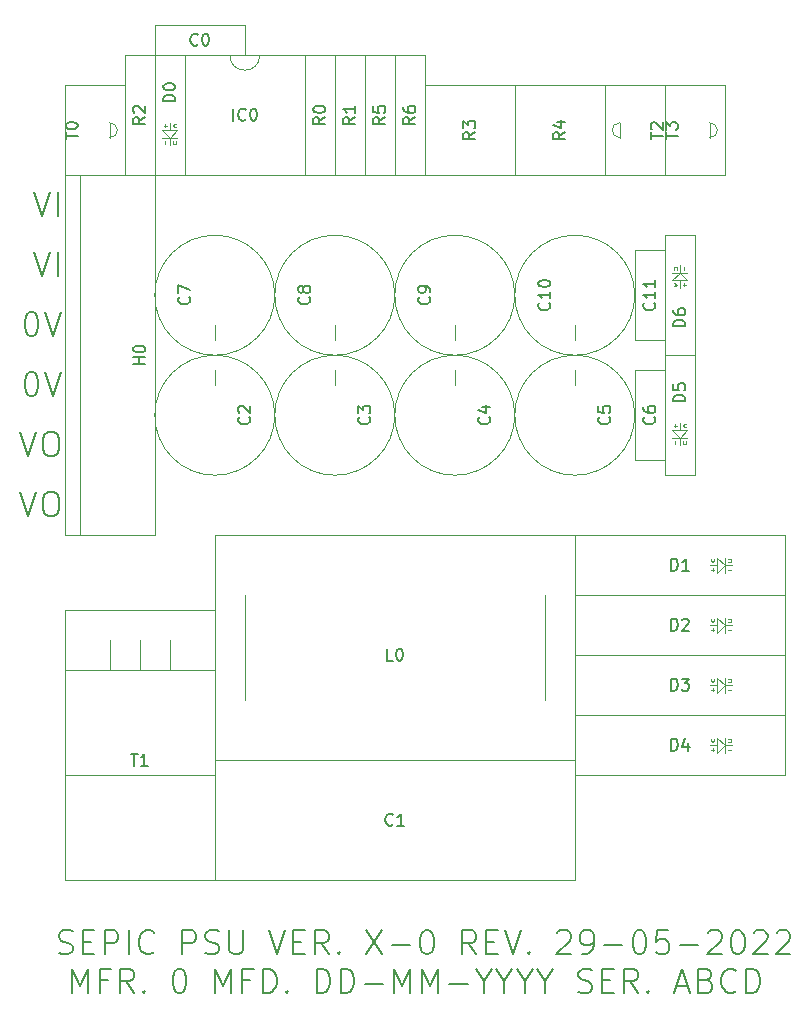
<source format=gbr>
%TF.GenerationSoftware,KiCad,Pcbnew,(6.0.0)*%
%TF.CreationDate,2023-06-01T11:48:41-04:00*%
%TF.ProjectId,SEPIC,53455049-432e-46b6-9963-61645f706362,rev?*%
%TF.SameCoordinates,Original*%
%TF.FileFunction,Legend,Top*%
%TF.FilePolarity,Positive*%
%FSLAX46Y46*%
G04 Gerber Fmt 4.6, Leading zero omitted, Abs format (unit mm)*
G04 Created by KiCad (PCBNEW (6.0.0)) date 2023-06-01 11:48:41*
%MOMM*%
%LPD*%
G01*
G04 APERTURE LIST*
%ADD10C,0.150000*%
%ADD11C,0.120000*%
G04 APERTURE END LIST*
D10*
X144416404Y-68737238D02*
X144609928Y-68737238D01*
X144803452Y-68834000D01*
X144900214Y-68930761D01*
X144996976Y-69124285D01*
X145093738Y-69511333D01*
X145093738Y-69995142D01*
X144996976Y-70382190D01*
X144900214Y-70575714D01*
X144803452Y-70672476D01*
X144609928Y-70769238D01*
X144416404Y-70769238D01*
X144222880Y-70672476D01*
X144126119Y-70575714D01*
X144029357Y-70382190D01*
X143932595Y-69995142D01*
X143932595Y-69511333D01*
X144029357Y-69124285D01*
X144126119Y-68930761D01*
X144222880Y-68834000D01*
X144416404Y-68737238D01*
X145674309Y-68737238D02*
X146351642Y-70769238D01*
X147028976Y-68737238D01*
X144706690Y-58577238D02*
X145384023Y-60609238D01*
X146061357Y-58577238D01*
X146738690Y-60609238D02*
X146738690Y-58577238D01*
X144706690Y-53497238D02*
X145384023Y-55529238D01*
X146061357Y-53497238D01*
X146738690Y-55529238D02*
X146738690Y-53497238D01*
X143545547Y-78897238D02*
X144222880Y-80929238D01*
X144900214Y-78897238D01*
X145964595Y-78897238D02*
X146351642Y-78897238D01*
X146545166Y-78994000D01*
X146738690Y-79187523D01*
X146835452Y-79574571D01*
X146835452Y-80251904D01*
X146738690Y-80638952D01*
X146545166Y-80832476D01*
X146351642Y-80929238D01*
X145964595Y-80929238D01*
X145771071Y-80832476D01*
X145577547Y-80638952D01*
X145480785Y-80251904D01*
X145480785Y-79574571D01*
X145577547Y-79187523D01*
X145771071Y-78994000D01*
X145964595Y-78897238D01*
X144416404Y-63657238D02*
X144609928Y-63657238D01*
X144803452Y-63754000D01*
X144900214Y-63850761D01*
X144996976Y-64044285D01*
X145093738Y-64431333D01*
X145093738Y-64915142D01*
X144996976Y-65302190D01*
X144900214Y-65495714D01*
X144803452Y-65592476D01*
X144609928Y-65689238D01*
X144416404Y-65689238D01*
X144222880Y-65592476D01*
X144126119Y-65495714D01*
X144029357Y-65302190D01*
X143932595Y-64915142D01*
X143932595Y-64431333D01*
X144029357Y-64044285D01*
X144126119Y-63850761D01*
X144222880Y-63754000D01*
X144416404Y-63657238D01*
X145674309Y-63657238D02*
X146351642Y-65689238D01*
X147028976Y-63657238D01*
X146836190Y-117931716D02*
X147126476Y-118028478D01*
X147610285Y-118028478D01*
X147803809Y-117931716D01*
X147900571Y-117834954D01*
X147997333Y-117641430D01*
X147997333Y-117447906D01*
X147900571Y-117254382D01*
X147803809Y-117157620D01*
X147610285Y-117060859D01*
X147223238Y-116964097D01*
X147029714Y-116867335D01*
X146932952Y-116770573D01*
X146836190Y-116577049D01*
X146836190Y-116383525D01*
X146932952Y-116190001D01*
X147029714Y-116093240D01*
X147223238Y-115996478D01*
X147707047Y-115996478D01*
X147997333Y-116093240D01*
X148868190Y-116964097D02*
X149545523Y-116964097D01*
X149835809Y-118028478D02*
X148868190Y-118028478D01*
X148868190Y-115996478D01*
X149835809Y-115996478D01*
X150706666Y-118028478D02*
X150706666Y-115996478D01*
X151480761Y-115996478D01*
X151674285Y-116093240D01*
X151771047Y-116190001D01*
X151867809Y-116383525D01*
X151867809Y-116673811D01*
X151771047Y-116867335D01*
X151674285Y-116964097D01*
X151480761Y-117060859D01*
X150706666Y-117060859D01*
X152738666Y-118028478D02*
X152738666Y-115996478D01*
X154867428Y-117834954D02*
X154770666Y-117931716D01*
X154480380Y-118028478D01*
X154286857Y-118028478D01*
X153996571Y-117931716D01*
X153803047Y-117738192D01*
X153706285Y-117544668D01*
X153609523Y-117157620D01*
X153609523Y-116867335D01*
X153706285Y-116480287D01*
X153803047Y-116286763D01*
X153996571Y-116093240D01*
X154286857Y-115996478D01*
X154480380Y-115996478D01*
X154770666Y-116093240D01*
X154867428Y-116190001D01*
X157286476Y-118028478D02*
X157286476Y-115996478D01*
X158060571Y-115996478D01*
X158254095Y-116093240D01*
X158350857Y-116190001D01*
X158447619Y-116383525D01*
X158447619Y-116673811D01*
X158350857Y-116867335D01*
X158254095Y-116964097D01*
X158060571Y-117060859D01*
X157286476Y-117060859D01*
X159221714Y-117931716D02*
X159512000Y-118028478D01*
X159995809Y-118028478D01*
X160189333Y-117931716D01*
X160286095Y-117834954D01*
X160382857Y-117641430D01*
X160382857Y-117447906D01*
X160286095Y-117254382D01*
X160189333Y-117157620D01*
X159995809Y-117060859D01*
X159608761Y-116964097D01*
X159415238Y-116867335D01*
X159318476Y-116770573D01*
X159221714Y-116577049D01*
X159221714Y-116383525D01*
X159318476Y-116190001D01*
X159415238Y-116093240D01*
X159608761Y-115996478D01*
X160092571Y-115996478D01*
X160382857Y-116093240D01*
X161253714Y-115996478D02*
X161253714Y-117641430D01*
X161350476Y-117834954D01*
X161447238Y-117931716D01*
X161640761Y-118028478D01*
X162027809Y-118028478D01*
X162221333Y-117931716D01*
X162318095Y-117834954D01*
X162414857Y-117641430D01*
X162414857Y-115996478D01*
X164640380Y-115996478D02*
X165317714Y-118028478D01*
X165995047Y-115996478D01*
X166672380Y-116964097D02*
X167349714Y-116964097D01*
X167640000Y-118028478D02*
X166672380Y-118028478D01*
X166672380Y-115996478D01*
X167640000Y-115996478D01*
X169672000Y-118028478D02*
X168994666Y-117060859D01*
X168510857Y-118028478D02*
X168510857Y-115996478D01*
X169284952Y-115996478D01*
X169478476Y-116093240D01*
X169575238Y-116190001D01*
X169672000Y-116383525D01*
X169672000Y-116673811D01*
X169575238Y-116867335D01*
X169478476Y-116964097D01*
X169284952Y-117060859D01*
X168510857Y-117060859D01*
X170542857Y-117834954D02*
X170639619Y-117931716D01*
X170542857Y-118028478D01*
X170446095Y-117931716D01*
X170542857Y-117834954D01*
X170542857Y-118028478D01*
X172865142Y-115996478D02*
X174219809Y-118028478D01*
X174219809Y-115996478D02*
X172865142Y-118028478D01*
X174993904Y-117254382D02*
X176542095Y-117254382D01*
X177896761Y-115996478D02*
X178090285Y-115996478D01*
X178283809Y-116093240D01*
X178380571Y-116190001D01*
X178477333Y-116383525D01*
X178574095Y-116770573D01*
X178574095Y-117254382D01*
X178477333Y-117641430D01*
X178380571Y-117834954D01*
X178283809Y-117931716D01*
X178090285Y-118028478D01*
X177896761Y-118028478D01*
X177703238Y-117931716D01*
X177606476Y-117834954D01*
X177509714Y-117641430D01*
X177412952Y-117254382D01*
X177412952Y-116770573D01*
X177509714Y-116383525D01*
X177606476Y-116190001D01*
X177703238Y-116093240D01*
X177896761Y-115996478D01*
X182154285Y-118028478D02*
X181476952Y-117060859D01*
X180993142Y-118028478D02*
X180993142Y-115996478D01*
X181767238Y-115996478D01*
X181960761Y-116093240D01*
X182057523Y-116190001D01*
X182154285Y-116383525D01*
X182154285Y-116673811D01*
X182057523Y-116867335D01*
X181960761Y-116964097D01*
X181767238Y-117060859D01*
X180993142Y-117060859D01*
X183025142Y-116964097D02*
X183702476Y-116964097D01*
X183992761Y-118028478D02*
X183025142Y-118028478D01*
X183025142Y-115996478D01*
X183992761Y-115996478D01*
X184573333Y-115996478D02*
X185250666Y-118028478D01*
X185928000Y-115996478D01*
X186605333Y-117834954D02*
X186702095Y-117931716D01*
X186605333Y-118028478D01*
X186508571Y-117931716D01*
X186605333Y-117834954D01*
X186605333Y-118028478D01*
X189024380Y-116190001D02*
X189121142Y-116093240D01*
X189314666Y-115996478D01*
X189798476Y-115996478D01*
X189992000Y-116093240D01*
X190088761Y-116190001D01*
X190185523Y-116383525D01*
X190185523Y-116577049D01*
X190088761Y-116867335D01*
X188927619Y-118028478D01*
X190185523Y-118028478D01*
X191153142Y-118028478D02*
X191540190Y-118028478D01*
X191733714Y-117931716D01*
X191830476Y-117834954D01*
X192024000Y-117544668D01*
X192120761Y-117157620D01*
X192120761Y-116383525D01*
X192024000Y-116190001D01*
X191927238Y-116093240D01*
X191733714Y-115996478D01*
X191346666Y-115996478D01*
X191153142Y-116093240D01*
X191056380Y-116190001D01*
X190959619Y-116383525D01*
X190959619Y-116867335D01*
X191056380Y-117060859D01*
X191153142Y-117157620D01*
X191346666Y-117254382D01*
X191733714Y-117254382D01*
X191927238Y-117157620D01*
X192024000Y-117060859D01*
X192120761Y-116867335D01*
X192991619Y-117254382D02*
X194539809Y-117254382D01*
X195894476Y-115996478D02*
X196088000Y-115996478D01*
X196281523Y-116093240D01*
X196378285Y-116190001D01*
X196475047Y-116383525D01*
X196571809Y-116770573D01*
X196571809Y-117254382D01*
X196475047Y-117641430D01*
X196378285Y-117834954D01*
X196281523Y-117931716D01*
X196088000Y-118028478D01*
X195894476Y-118028478D01*
X195700952Y-117931716D01*
X195604190Y-117834954D01*
X195507428Y-117641430D01*
X195410666Y-117254382D01*
X195410666Y-116770573D01*
X195507428Y-116383525D01*
X195604190Y-116190001D01*
X195700952Y-116093240D01*
X195894476Y-115996478D01*
X198410285Y-115996478D02*
X197442666Y-115996478D01*
X197345904Y-116964097D01*
X197442666Y-116867335D01*
X197636190Y-116770573D01*
X198120000Y-116770573D01*
X198313523Y-116867335D01*
X198410285Y-116964097D01*
X198507047Y-117157620D01*
X198507047Y-117641430D01*
X198410285Y-117834954D01*
X198313523Y-117931716D01*
X198120000Y-118028478D01*
X197636190Y-118028478D01*
X197442666Y-117931716D01*
X197345904Y-117834954D01*
X199377904Y-117254382D02*
X200926095Y-117254382D01*
X201796952Y-116190001D02*
X201893714Y-116093240D01*
X202087238Y-115996478D01*
X202571047Y-115996478D01*
X202764571Y-116093240D01*
X202861333Y-116190001D01*
X202958095Y-116383525D01*
X202958095Y-116577049D01*
X202861333Y-116867335D01*
X201700190Y-118028478D01*
X202958095Y-118028478D01*
X204216000Y-115996478D02*
X204409523Y-115996478D01*
X204603047Y-116093240D01*
X204699809Y-116190001D01*
X204796571Y-116383525D01*
X204893333Y-116770573D01*
X204893333Y-117254382D01*
X204796571Y-117641430D01*
X204699809Y-117834954D01*
X204603047Y-117931716D01*
X204409523Y-118028478D01*
X204216000Y-118028478D01*
X204022476Y-117931716D01*
X203925714Y-117834954D01*
X203828952Y-117641430D01*
X203732190Y-117254382D01*
X203732190Y-116770573D01*
X203828952Y-116383525D01*
X203925714Y-116190001D01*
X204022476Y-116093240D01*
X204216000Y-115996478D01*
X205667428Y-116190001D02*
X205764190Y-116093240D01*
X205957714Y-115996478D01*
X206441523Y-115996478D01*
X206635047Y-116093240D01*
X206731809Y-116190001D01*
X206828571Y-116383525D01*
X206828571Y-116577049D01*
X206731809Y-116867335D01*
X205570666Y-118028478D01*
X206828571Y-118028478D01*
X207602666Y-116190001D02*
X207699428Y-116093240D01*
X207892952Y-115996478D01*
X208376761Y-115996478D01*
X208570285Y-116093240D01*
X208667047Y-116190001D01*
X208763809Y-116383525D01*
X208763809Y-116577049D01*
X208667047Y-116867335D01*
X207505904Y-118028478D01*
X208763809Y-118028478D01*
X147948952Y-121299998D02*
X147948952Y-119267998D01*
X148626285Y-120719426D01*
X149303619Y-119267998D01*
X149303619Y-121299998D01*
X150948571Y-120235617D02*
X150271238Y-120235617D01*
X150271238Y-121299998D02*
X150271238Y-119267998D01*
X151238857Y-119267998D01*
X153174095Y-121299998D02*
X152496761Y-120332379D01*
X152012952Y-121299998D02*
X152012952Y-119267998D01*
X152787047Y-119267998D01*
X152980571Y-119364760D01*
X153077333Y-119461521D01*
X153174095Y-119655045D01*
X153174095Y-119945331D01*
X153077333Y-120138855D01*
X152980571Y-120235617D01*
X152787047Y-120332379D01*
X152012952Y-120332379D01*
X154044952Y-121106474D02*
X154141714Y-121203236D01*
X154044952Y-121299998D01*
X153948190Y-121203236D01*
X154044952Y-121106474D01*
X154044952Y-121299998D01*
X156947809Y-119267998D02*
X157141333Y-119267998D01*
X157334857Y-119364760D01*
X157431619Y-119461521D01*
X157528380Y-119655045D01*
X157625142Y-120042093D01*
X157625142Y-120525902D01*
X157528380Y-120912950D01*
X157431619Y-121106474D01*
X157334857Y-121203236D01*
X157141333Y-121299998D01*
X156947809Y-121299998D01*
X156754285Y-121203236D01*
X156657523Y-121106474D01*
X156560761Y-120912950D01*
X156464000Y-120525902D01*
X156464000Y-120042093D01*
X156560761Y-119655045D01*
X156657523Y-119461521D01*
X156754285Y-119364760D01*
X156947809Y-119267998D01*
X160044190Y-121299998D02*
X160044190Y-119267998D01*
X160721523Y-120719426D01*
X161398857Y-119267998D01*
X161398857Y-121299998D01*
X163043809Y-120235617D02*
X162366476Y-120235617D01*
X162366476Y-121299998D02*
X162366476Y-119267998D01*
X163334095Y-119267998D01*
X164108190Y-121299998D02*
X164108190Y-119267998D01*
X164592000Y-119267998D01*
X164882285Y-119364760D01*
X165075809Y-119558283D01*
X165172571Y-119751807D01*
X165269333Y-120138855D01*
X165269333Y-120429140D01*
X165172571Y-120816188D01*
X165075809Y-121009712D01*
X164882285Y-121203236D01*
X164592000Y-121299998D01*
X164108190Y-121299998D01*
X166140190Y-121106474D02*
X166236952Y-121203236D01*
X166140190Y-121299998D01*
X166043428Y-121203236D01*
X166140190Y-121106474D01*
X166140190Y-121299998D01*
X168656000Y-121299998D02*
X168656000Y-119267998D01*
X169139809Y-119267998D01*
X169430095Y-119364760D01*
X169623619Y-119558283D01*
X169720380Y-119751807D01*
X169817142Y-120138855D01*
X169817142Y-120429140D01*
X169720380Y-120816188D01*
X169623619Y-121009712D01*
X169430095Y-121203236D01*
X169139809Y-121299998D01*
X168656000Y-121299998D01*
X170688000Y-121299998D02*
X170688000Y-119267998D01*
X171171809Y-119267998D01*
X171462095Y-119364760D01*
X171655619Y-119558283D01*
X171752380Y-119751807D01*
X171849142Y-120138855D01*
X171849142Y-120429140D01*
X171752380Y-120816188D01*
X171655619Y-121009712D01*
X171462095Y-121203236D01*
X171171809Y-121299998D01*
X170688000Y-121299998D01*
X172720000Y-120525902D02*
X174268190Y-120525902D01*
X175235809Y-121299998D02*
X175235809Y-119267998D01*
X175913142Y-120719426D01*
X176590476Y-119267998D01*
X176590476Y-121299998D01*
X177558095Y-121299998D02*
X177558095Y-119267998D01*
X178235428Y-120719426D01*
X178912761Y-119267998D01*
X178912761Y-121299998D01*
X179880380Y-120525902D02*
X181428571Y-120525902D01*
X182783238Y-120332379D02*
X182783238Y-121299998D01*
X182105904Y-119267998D02*
X182783238Y-120332379D01*
X183460571Y-119267998D01*
X184524952Y-120332379D02*
X184524952Y-121299998D01*
X183847619Y-119267998D02*
X184524952Y-120332379D01*
X185202285Y-119267998D01*
X186266666Y-120332379D02*
X186266666Y-121299998D01*
X185589333Y-119267998D02*
X186266666Y-120332379D01*
X186944000Y-119267998D01*
X188008380Y-120332379D02*
X188008380Y-121299998D01*
X187331047Y-119267998D02*
X188008380Y-120332379D01*
X188685714Y-119267998D01*
X190814476Y-121203236D02*
X191104761Y-121299998D01*
X191588571Y-121299998D01*
X191782095Y-121203236D01*
X191878857Y-121106474D01*
X191975619Y-120912950D01*
X191975619Y-120719426D01*
X191878857Y-120525902D01*
X191782095Y-120429140D01*
X191588571Y-120332379D01*
X191201523Y-120235617D01*
X191008000Y-120138855D01*
X190911238Y-120042093D01*
X190814476Y-119848569D01*
X190814476Y-119655045D01*
X190911238Y-119461521D01*
X191008000Y-119364760D01*
X191201523Y-119267998D01*
X191685333Y-119267998D01*
X191975619Y-119364760D01*
X192846476Y-120235617D02*
X193523809Y-120235617D01*
X193814095Y-121299998D02*
X192846476Y-121299998D01*
X192846476Y-119267998D01*
X193814095Y-119267998D01*
X195846095Y-121299998D02*
X195168761Y-120332379D01*
X194684952Y-121299998D02*
X194684952Y-119267998D01*
X195459047Y-119267998D01*
X195652571Y-119364760D01*
X195749333Y-119461521D01*
X195846095Y-119655045D01*
X195846095Y-119945331D01*
X195749333Y-120138855D01*
X195652571Y-120235617D01*
X195459047Y-120332379D01*
X194684952Y-120332379D01*
X196716952Y-121106474D02*
X196813714Y-121203236D01*
X196716952Y-121299998D01*
X196620190Y-121203236D01*
X196716952Y-121106474D01*
X196716952Y-121299998D01*
X199136000Y-120719426D02*
X200103619Y-120719426D01*
X198942476Y-121299998D02*
X199619809Y-119267998D01*
X200297142Y-121299998D01*
X201651809Y-120235617D02*
X201942095Y-120332379D01*
X202038857Y-120429140D01*
X202135619Y-120622664D01*
X202135619Y-120912950D01*
X202038857Y-121106474D01*
X201942095Y-121203236D01*
X201748571Y-121299998D01*
X200974476Y-121299998D01*
X200974476Y-119267998D01*
X201651809Y-119267998D01*
X201845333Y-119364760D01*
X201942095Y-119461521D01*
X202038857Y-119655045D01*
X202038857Y-119848569D01*
X201942095Y-120042093D01*
X201845333Y-120138855D01*
X201651809Y-120235617D01*
X200974476Y-120235617D01*
X204167619Y-121106474D02*
X204070857Y-121203236D01*
X203780571Y-121299998D01*
X203587047Y-121299998D01*
X203296761Y-121203236D01*
X203103238Y-121009712D01*
X203006476Y-120816188D01*
X202909714Y-120429140D01*
X202909714Y-120138855D01*
X203006476Y-119751807D01*
X203103238Y-119558283D01*
X203296761Y-119364760D01*
X203587047Y-119267998D01*
X203780571Y-119267998D01*
X204070857Y-119364760D01*
X204167619Y-119461521D01*
X205038476Y-121299998D02*
X205038476Y-119267998D01*
X205522285Y-119267998D01*
X205812571Y-119364760D01*
X206006095Y-119558283D01*
X206102857Y-119751807D01*
X206199619Y-120138855D01*
X206199619Y-120429140D01*
X206102857Y-120816188D01*
X206006095Y-121009712D01*
X205812571Y-121203236D01*
X205522285Y-121299998D01*
X205038476Y-121299998D01*
X143545547Y-73817238D02*
X144222880Y-75849238D01*
X144900214Y-73817238D01*
X145964595Y-73817238D02*
X146351642Y-73817238D01*
X146545166Y-73914000D01*
X146738690Y-74107523D01*
X146835452Y-74494571D01*
X146835452Y-75171904D01*
X146738690Y-75558952D01*
X146545166Y-75752476D01*
X146351642Y-75849238D01*
X145964595Y-75849238D01*
X145771071Y-75752476D01*
X145577547Y-75558952D01*
X145480785Y-75171904D01*
X145480785Y-74494571D01*
X145577547Y-74107523D01*
X145771071Y-73914000D01*
X145964595Y-73817238D01*
%TO.C,D3*%
X198651904Y-95702380D02*
X198651904Y-94702380D01*
X198890000Y-94702380D01*
X199032857Y-94750000D01*
X199128095Y-94845238D01*
X199175714Y-94940476D01*
X199223333Y-95130952D01*
X199223333Y-95273809D01*
X199175714Y-95464285D01*
X199128095Y-95559523D01*
X199032857Y-95654761D01*
X198890000Y-95702380D01*
X198651904Y-95702380D01*
X199556666Y-94702380D02*
X200175714Y-94702380D01*
X199842380Y-95083333D01*
X199985238Y-95083333D01*
X200080476Y-95130952D01*
X200128095Y-95178571D01*
X200175714Y-95273809D01*
X200175714Y-95511904D01*
X200128095Y-95607142D01*
X200080476Y-95654761D01*
X199985238Y-95702380D01*
X199699523Y-95702380D01*
X199604285Y-95654761D01*
X199556666Y-95607142D01*
%TO.C,R5*%
X174442380Y-47156666D02*
X173966190Y-47490000D01*
X174442380Y-47728095D02*
X173442380Y-47728095D01*
X173442380Y-47347142D01*
X173490000Y-47251904D01*
X173537619Y-47204285D01*
X173632857Y-47156666D01*
X173775714Y-47156666D01*
X173870952Y-47204285D01*
X173918571Y-47251904D01*
X173966190Y-47347142D01*
X173966190Y-47728095D01*
X173442380Y-46251904D02*
X173442380Y-46728095D01*
X173918571Y-46775714D01*
X173870952Y-46728095D01*
X173823333Y-46632857D01*
X173823333Y-46394761D01*
X173870952Y-46299523D01*
X173918571Y-46251904D01*
X174013809Y-46204285D01*
X174251904Y-46204285D01*
X174347142Y-46251904D01*
X174394761Y-46299523D01*
X174442380Y-46394761D01*
X174442380Y-46632857D01*
X174394761Y-46728095D01*
X174347142Y-46775714D01*
%TO.C,R4*%
X189682380Y-48426666D02*
X189206190Y-48760000D01*
X189682380Y-48998095D02*
X188682380Y-48998095D01*
X188682380Y-48617142D01*
X188730000Y-48521904D01*
X188777619Y-48474285D01*
X188872857Y-48426666D01*
X189015714Y-48426666D01*
X189110952Y-48474285D01*
X189158571Y-48521904D01*
X189206190Y-48617142D01*
X189206190Y-48998095D01*
X189015714Y-47569523D02*
X189682380Y-47569523D01*
X188634761Y-47807619D02*
X189349047Y-48045714D01*
X189349047Y-47426666D01*
%TO.C,D5*%
X199842380Y-71223095D02*
X198842380Y-71223095D01*
X198842380Y-70985000D01*
X198890000Y-70842142D01*
X198985238Y-70746904D01*
X199080476Y-70699285D01*
X199270952Y-70651666D01*
X199413809Y-70651666D01*
X199604285Y-70699285D01*
X199699523Y-70746904D01*
X199794761Y-70842142D01*
X199842380Y-70985000D01*
X199842380Y-71223095D01*
X198842380Y-69746904D02*
X198842380Y-70223095D01*
X199318571Y-70270714D01*
X199270952Y-70223095D01*
X199223333Y-70127857D01*
X199223333Y-69889761D01*
X199270952Y-69794523D01*
X199318571Y-69746904D01*
X199413809Y-69699285D01*
X199651904Y-69699285D01*
X199747142Y-69746904D01*
X199794761Y-69794523D01*
X199842380Y-69889761D01*
X199842380Y-70127857D01*
X199794761Y-70223095D01*
X199747142Y-70270714D01*
%TO.C,C3*%
X173077142Y-72556666D02*
X173124761Y-72604285D01*
X173172380Y-72747142D01*
X173172380Y-72842380D01*
X173124761Y-72985238D01*
X173029523Y-73080476D01*
X172934285Y-73128095D01*
X172743809Y-73175714D01*
X172600952Y-73175714D01*
X172410476Y-73128095D01*
X172315238Y-73080476D01*
X172220000Y-72985238D01*
X172172380Y-72842380D01*
X172172380Y-72747142D01*
X172220000Y-72604285D01*
X172267619Y-72556666D01*
X172172380Y-72223333D02*
X172172380Y-71604285D01*
X172553333Y-71937619D01*
X172553333Y-71794761D01*
X172600952Y-71699523D01*
X172648571Y-71651904D01*
X172743809Y-71604285D01*
X172981904Y-71604285D01*
X173077142Y-71651904D01*
X173124761Y-71699523D01*
X173172380Y-71794761D01*
X173172380Y-72080476D01*
X173124761Y-72175714D01*
X173077142Y-72223333D01*
%TO.C,C1*%
X175093333Y-107037142D02*
X175045714Y-107084761D01*
X174902857Y-107132380D01*
X174807619Y-107132380D01*
X174664761Y-107084761D01*
X174569523Y-106989523D01*
X174521904Y-106894285D01*
X174474285Y-106703809D01*
X174474285Y-106560952D01*
X174521904Y-106370476D01*
X174569523Y-106275238D01*
X174664761Y-106180000D01*
X174807619Y-106132380D01*
X174902857Y-106132380D01*
X175045714Y-106180000D01*
X175093333Y-106227619D01*
X176045714Y-107132380D02*
X175474285Y-107132380D01*
X175760000Y-107132380D02*
X175760000Y-106132380D01*
X175664761Y-106275238D01*
X175569523Y-106370476D01*
X175474285Y-106418095D01*
%TO.C,H0*%
X154122380Y-68071904D02*
X153122380Y-68071904D01*
X153598571Y-68071904D02*
X153598571Y-67500476D01*
X154122380Y-67500476D02*
X153122380Y-67500476D01*
X153122380Y-66833809D02*
X153122380Y-66738571D01*
X153170000Y-66643333D01*
X153217619Y-66595714D01*
X153312857Y-66548095D01*
X153503333Y-66500476D01*
X153741428Y-66500476D01*
X153931904Y-66548095D01*
X154027142Y-66595714D01*
X154074761Y-66643333D01*
X154122380Y-66738571D01*
X154122380Y-66833809D01*
X154074761Y-66929047D01*
X154027142Y-66976666D01*
X153931904Y-67024285D01*
X153741428Y-67071904D01*
X153503333Y-67071904D01*
X153312857Y-67024285D01*
X153217619Y-66976666D01*
X153170000Y-66929047D01*
X153122380Y-66833809D01*
%TO.C,T2*%
X196937380Y-49021904D02*
X196937380Y-48450476D01*
X197937380Y-48736190D02*
X196937380Y-48736190D01*
X197032619Y-48164761D02*
X196985000Y-48117142D01*
X196937380Y-48021904D01*
X196937380Y-47783809D01*
X196985000Y-47688571D01*
X197032619Y-47640952D01*
X197127857Y-47593333D01*
X197223095Y-47593333D01*
X197365952Y-47640952D01*
X197937380Y-48212380D01*
X197937380Y-47593333D01*
%TO.C,C9*%
X178157142Y-62396666D02*
X178204761Y-62444285D01*
X178252380Y-62587142D01*
X178252380Y-62682380D01*
X178204761Y-62825238D01*
X178109523Y-62920476D01*
X178014285Y-62968095D01*
X177823809Y-63015714D01*
X177680952Y-63015714D01*
X177490476Y-62968095D01*
X177395238Y-62920476D01*
X177300000Y-62825238D01*
X177252380Y-62682380D01*
X177252380Y-62587142D01*
X177300000Y-62444285D01*
X177347619Y-62396666D01*
X178252380Y-61920476D02*
X178252380Y-61730000D01*
X178204761Y-61634761D01*
X178157142Y-61587142D01*
X178014285Y-61491904D01*
X177823809Y-61444285D01*
X177442857Y-61444285D01*
X177347619Y-61491904D01*
X177300000Y-61539523D01*
X177252380Y-61634761D01*
X177252380Y-61825238D01*
X177300000Y-61920476D01*
X177347619Y-61968095D01*
X177442857Y-62015714D01*
X177680952Y-62015714D01*
X177776190Y-61968095D01*
X177823809Y-61920476D01*
X177871428Y-61825238D01*
X177871428Y-61634761D01*
X177823809Y-61539523D01*
X177776190Y-61491904D01*
X177680952Y-61444285D01*
%TO.C,C10*%
X188317142Y-62872857D02*
X188364761Y-62920476D01*
X188412380Y-63063333D01*
X188412380Y-63158571D01*
X188364761Y-63301428D01*
X188269523Y-63396666D01*
X188174285Y-63444285D01*
X187983809Y-63491904D01*
X187840952Y-63491904D01*
X187650476Y-63444285D01*
X187555238Y-63396666D01*
X187460000Y-63301428D01*
X187412380Y-63158571D01*
X187412380Y-63063333D01*
X187460000Y-62920476D01*
X187507619Y-62872857D01*
X188412380Y-61920476D02*
X188412380Y-62491904D01*
X188412380Y-62206190D02*
X187412380Y-62206190D01*
X187555238Y-62301428D01*
X187650476Y-62396666D01*
X187698095Y-62491904D01*
X187412380Y-61301428D02*
X187412380Y-61206190D01*
X187460000Y-61110952D01*
X187507619Y-61063333D01*
X187602857Y-61015714D01*
X187793333Y-60968095D01*
X188031428Y-60968095D01*
X188221904Y-61015714D01*
X188317142Y-61063333D01*
X188364761Y-61110952D01*
X188412380Y-61206190D01*
X188412380Y-61301428D01*
X188364761Y-61396666D01*
X188317142Y-61444285D01*
X188221904Y-61491904D01*
X188031428Y-61539523D01*
X187793333Y-61539523D01*
X187602857Y-61491904D01*
X187507619Y-61444285D01*
X187460000Y-61396666D01*
X187412380Y-61301428D01*
%TO.C,C5*%
X193397142Y-72556666D02*
X193444761Y-72604285D01*
X193492380Y-72747142D01*
X193492380Y-72842380D01*
X193444761Y-72985238D01*
X193349523Y-73080476D01*
X193254285Y-73128095D01*
X193063809Y-73175714D01*
X192920952Y-73175714D01*
X192730476Y-73128095D01*
X192635238Y-73080476D01*
X192540000Y-72985238D01*
X192492380Y-72842380D01*
X192492380Y-72747142D01*
X192540000Y-72604285D01*
X192587619Y-72556666D01*
X192492380Y-71651904D02*
X192492380Y-72128095D01*
X192968571Y-72175714D01*
X192920952Y-72128095D01*
X192873333Y-72032857D01*
X192873333Y-71794761D01*
X192920952Y-71699523D01*
X192968571Y-71651904D01*
X193063809Y-71604285D01*
X193301904Y-71604285D01*
X193397142Y-71651904D01*
X193444761Y-71699523D01*
X193492380Y-71794761D01*
X193492380Y-72032857D01*
X193444761Y-72128095D01*
X193397142Y-72175714D01*
%TO.C,D6*%
X199842380Y-64873095D02*
X198842380Y-64873095D01*
X198842380Y-64635000D01*
X198890000Y-64492142D01*
X198985238Y-64396904D01*
X199080476Y-64349285D01*
X199270952Y-64301666D01*
X199413809Y-64301666D01*
X199604285Y-64349285D01*
X199699523Y-64396904D01*
X199794761Y-64492142D01*
X199842380Y-64635000D01*
X199842380Y-64873095D01*
X198842380Y-63444523D02*
X198842380Y-63635000D01*
X198890000Y-63730238D01*
X198937619Y-63777857D01*
X199080476Y-63873095D01*
X199270952Y-63920714D01*
X199651904Y-63920714D01*
X199747142Y-63873095D01*
X199794761Y-63825476D01*
X199842380Y-63730238D01*
X199842380Y-63539761D01*
X199794761Y-63444523D01*
X199747142Y-63396904D01*
X199651904Y-63349285D01*
X199413809Y-63349285D01*
X199318571Y-63396904D01*
X199270952Y-63444523D01*
X199223333Y-63539761D01*
X199223333Y-63730238D01*
X199270952Y-63825476D01*
X199318571Y-63873095D01*
X199413809Y-63920714D01*
%TO.C,R6*%
X176982380Y-47156666D02*
X176506190Y-47490000D01*
X176982380Y-47728095D02*
X175982380Y-47728095D01*
X175982380Y-47347142D01*
X176030000Y-47251904D01*
X176077619Y-47204285D01*
X176172857Y-47156666D01*
X176315714Y-47156666D01*
X176410952Y-47204285D01*
X176458571Y-47251904D01*
X176506190Y-47347142D01*
X176506190Y-47728095D01*
X175982380Y-46299523D02*
X175982380Y-46490000D01*
X176030000Y-46585238D01*
X176077619Y-46632857D01*
X176220476Y-46728095D01*
X176410952Y-46775714D01*
X176791904Y-46775714D01*
X176887142Y-46728095D01*
X176934761Y-46680476D01*
X176982380Y-46585238D01*
X176982380Y-46394761D01*
X176934761Y-46299523D01*
X176887142Y-46251904D01*
X176791904Y-46204285D01*
X176553809Y-46204285D01*
X176458571Y-46251904D01*
X176410952Y-46299523D01*
X176363333Y-46394761D01*
X176363333Y-46585238D01*
X176410952Y-46680476D01*
X176458571Y-46728095D01*
X176553809Y-46775714D01*
%TO.C,R2*%
X154122380Y-47156666D02*
X153646190Y-47490000D01*
X154122380Y-47728095D02*
X153122380Y-47728095D01*
X153122380Y-47347142D01*
X153170000Y-47251904D01*
X153217619Y-47204285D01*
X153312857Y-47156666D01*
X153455714Y-47156666D01*
X153550952Y-47204285D01*
X153598571Y-47251904D01*
X153646190Y-47347142D01*
X153646190Y-47728095D01*
X153217619Y-46775714D02*
X153170000Y-46728095D01*
X153122380Y-46632857D01*
X153122380Y-46394761D01*
X153170000Y-46299523D01*
X153217619Y-46251904D01*
X153312857Y-46204285D01*
X153408095Y-46204285D01*
X153550952Y-46251904D01*
X154122380Y-46823333D01*
X154122380Y-46204285D01*
%TO.C,T1*%
X152908095Y-101052380D02*
X153479523Y-101052380D01*
X153193809Y-102052380D02*
X153193809Y-101052380D01*
X154336666Y-102052380D02*
X153765238Y-102052380D01*
X154050952Y-102052380D02*
X154050952Y-101052380D01*
X153955714Y-101195238D01*
X153860476Y-101290476D01*
X153765238Y-101338095D01*
%TO.C,IC0*%
X161583809Y-47442380D02*
X161583809Y-46442380D01*
X162631428Y-47347142D02*
X162583809Y-47394761D01*
X162440952Y-47442380D01*
X162345714Y-47442380D01*
X162202857Y-47394761D01*
X162107619Y-47299523D01*
X162060000Y-47204285D01*
X162012380Y-47013809D01*
X162012380Y-46870952D01*
X162060000Y-46680476D01*
X162107619Y-46585238D01*
X162202857Y-46490000D01*
X162345714Y-46442380D01*
X162440952Y-46442380D01*
X162583809Y-46490000D01*
X162631428Y-46537619D01*
X163250476Y-46442380D02*
X163345714Y-46442380D01*
X163440952Y-46490000D01*
X163488571Y-46537619D01*
X163536190Y-46632857D01*
X163583809Y-46823333D01*
X163583809Y-47061428D01*
X163536190Y-47251904D01*
X163488571Y-47347142D01*
X163440952Y-47394761D01*
X163345714Y-47442380D01*
X163250476Y-47442380D01*
X163155238Y-47394761D01*
X163107619Y-47347142D01*
X163060000Y-47251904D01*
X163012380Y-47061428D01*
X163012380Y-46823333D01*
X163060000Y-46632857D01*
X163107619Y-46537619D01*
X163155238Y-46490000D01*
X163250476Y-46442380D01*
%TO.C,D1*%
X198651904Y-85542380D02*
X198651904Y-84542380D01*
X198890000Y-84542380D01*
X199032857Y-84590000D01*
X199128095Y-84685238D01*
X199175714Y-84780476D01*
X199223333Y-84970952D01*
X199223333Y-85113809D01*
X199175714Y-85304285D01*
X199128095Y-85399523D01*
X199032857Y-85494761D01*
X198890000Y-85542380D01*
X198651904Y-85542380D01*
X200175714Y-85542380D02*
X199604285Y-85542380D01*
X199890000Y-85542380D02*
X199890000Y-84542380D01*
X199794761Y-84685238D01*
X199699523Y-84780476D01*
X199604285Y-84828095D01*
%TO.C,D4*%
X198651904Y-100782380D02*
X198651904Y-99782380D01*
X198890000Y-99782380D01*
X199032857Y-99830000D01*
X199128095Y-99925238D01*
X199175714Y-100020476D01*
X199223333Y-100210952D01*
X199223333Y-100353809D01*
X199175714Y-100544285D01*
X199128095Y-100639523D01*
X199032857Y-100734761D01*
X198890000Y-100782380D01*
X198651904Y-100782380D01*
X200080476Y-100115714D02*
X200080476Y-100782380D01*
X199842380Y-99734761D02*
X199604285Y-100449047D01*
X200223333Y-100449047D01*
%TO.C,R3*%
X182062380Y-48426666D02*
X181586190Y-48760000D01*
X182062380Y-48998095D02*
X181062380Y-48998095D01*
X181062380Y-48617142D01*
X181110000Y-48521904D01*
X181157619Y-48474285D01*
X181252857Y-48426666D01*
X181395714Y-48426666D01*
X181490952Y-48474285D01*
X181538571Y-48521904D01*
X181586190Y-48617142D01*
X181586190Y-48998095D01*
X181062380Y-48093333D02*
X181062380Y-47474285D01*
X181443333Y-47807619D01*
X181443333Y-47664761D01*
X181490952Y-47569523D01*
X181538571Y-47521904D01*
X181633809Y-47474285D01*
X181871904Y-47474285D01*
X181967142Y-47521904D01*
X182014761Y-47569523D01*
X182062380Y-47664761D01*
X182062380Y-47950476D01*
X182014761Y-48045714D01*
X181967142Y-48093333D01*
%TO.C,C7*%
X157837142Y-62396666D02*
X157884761Y-62444285D01*
X157932380Y-62587142D01*
X157932380Y-62682380D01*
X157884761Y-62825238D01*
X157789523Y-62920476D01*
X157694285Y-62968095D01*
X157503809Y-63015714D01*
X157360952Y-63015714D01*
X157170476Y-62968095D01*
X157075238Y-62920476D01*
X156980000Y-62825238D01*
X156932380Y-62682380D01*
X156932380Y-62587142D01*
X156980000Y-62444285D01*
X157027619Y-62396666D01*
X156932380Y-62063333D02*
X156932380Y-61396666D01*
X157932380Y-61825238D01*
%TO.C,D2*%
X198651904Y-90622380D02*
X198651904Y-89622380D01*
X198890000Y-89622380D01*
X199032857Y-89670000D01*
X199128095Y-89765238D01*
X199175714Y-89860476D01*
X199223333Y-90050952D01*
X199223333Y-90193809D01*
X199175714Y-90384285D01*
X199128095Y-90479523D01*
X199032857Y-90574761D01*
X198890000Y-90622380D01*
X198651904Y-90622380D01*
X199604285Y-89717619D02*
X199651904Y-89670000D01*
X199747142Y-89622380D01*
X199985238Y-89622380D01*
X200080476Y-89670000D01*
X200128095Y-89717619D01*
X200175714Y-89812857D01*
X200175714Y-89908095D01*
X200128095Y-90050952D01*
X199556666Y-90622380D01*
X200175714Y-90622380D01*
%TO.C,C4*%
X183237142Y-72556666D02*
X183284761Y-72604285D01*
X183332380Y-72747142D01*
X183332380Y-72842380D01*
X183284761Y-72985238D01*
X183189523Y-73080476D01*
X183094285Y-73128095D01*
X182903809Y-73175714D01*
X182760952Y-73175714D01*
X182570476Y-73128095D01*
X182475238Y-73080476D01*
X182380000Y-72985238D01*
X182332380Y-72842380D01*
X182332380Y-72747142D01*
X182380000Y-72604285D01*
X182427619Y-72556666D01*
X182665714Y-71699523D02*
X183332380Y-71699523D01*
X182284761Y-71937619D02*
X182999047Y-72175714D01*
X182999047Y-71556666D01*
%TO.C,R0*%
X169362380Y-47156666D02*
X168886190Y-47490000D01*
X169362380Y-47728095D02*
X168362380Y-47728095D01*
X168362380Y-47347142D01*
X168410000Y-47251904D01*
X168457619Y-47204285D01*
X168552857Y-47156666D01*
X168695714Y-47156666D01*
X168790952Y-47204285D01*
X168838571Y-47251904D01*
X168886190Y-47347142D01*
X168886190Y-47728095D01*
X168362380Y-46537619D02*
X168362380Y-46442380D01*
X168410000Y-46347142D01*
X168457619Y-46299523D01*
X168552857Y-46251904D01*
X168743333Y-46204285D01*
X168981428Y-46204285D01*
X169171904Y-46251904D01*
X169267142Y-46299523D01*
X169314761Y-46347142D01*
X169362380Y-46442380D01*
X169362380Y-46537619D01*
X169314761Y-46632857D01*
X169267142Y-46680476D01*
X169171904Y-46728095D01*
X168981428Y-46775714D01*
X168743333Y-46775714D01*
X168552857Y-46728095D01*
X168457619Y-46680476D01*
X168410000Y-46632857D01*
X168362380Y-46537619D01*
%TO.C,L0*%
X175093333Y-93162380D02*
X174617142Y-93162380D01*
X174617142Y-92162380D01*
X175617142Y-92162380D02*
X175712380Y-92162380D01*
X175807619Y-92210000D01*
X175855238Y-92257619D01*
X175902857Y-92352857D01*
X175950476Y-92543333D01*
X175950476Y-92781428D01*
X175902857Y-92971904D01*
X175855238Y-93067142D01*
X175807619Y-93114761D01*
X175712380Y-93162380D01*
X175617142Y-93162380D01*
X175521904Y-93114761D01*
X175474285Y-93067142D01*
X175426666Y-92971904D01*
X175379047Y-92781428D01*
X175379047Y-92543333D01*
X175426666Y-92352857D01*
X175474285Y-92257619D01*
X175521904Y-92210000D01*
X175617142Y-92162380D01*
%TO.C,T0*%
X147407380Y-49021904D02*
X147407380Y-48450476D01*
X148407380Y-48736190D02*
X147407380Y-48736190D01*
X147407380Y-47926666D02*
X147407380Y-47831428D01*
X147455000Y-47736190D01*
X147502619Y-47688571D01*
X147597857Y-47640952D01*
X147788333Y-47593333D01*
X148026428Y-47593333D01*
X148216904Y-47640952D01*
X148312142Y-47688571D01*
X148359761Y-47736190D01*
X148407380Y-47831428D01*
X148407380Y-47926666D01*
X148359761Y-48021904D01*
X148312142Y-48069523D01*
X148216904Y-48117142D01*
X148026428Y-48164761D01*
X147788333Y-48164761D01*
X147597857Y-48117142D01*
X147502619Y-48069523D01*
X147455000Y-48021904D01*
X147407380Y-47926666D01*
%TO.C,R1*%
X171902380Y-47156666D02*
X171426190Y-47490000D01*
X171902380Y-47728095D02*
X170902380Y-47728095D01*
X170902380Y-47347142D01*
X170950000Y-47251904D01*
X170997619Y-47204285D01*
X171092857Y-47156666D01*
X171235714Y-47156666D01*
X171330952Y-47204285D01*
X171378571Y-47251904D01*
X171426190Y-47347142D01*
X171426190Y-47728095D01*
X171902380Y-46204285D02*
X171902380Y-46775714D01*
X171902380Y-46490000D02*
X170902380Y-46490000D01*
X171045238Y-46585238D01*
X171140476Y-46680476D01*
X171188095Y-46775714D01*
%TO.C,C0*%
X158583333Y-40997142D02*
X158535714Y-41044761D01*
X158392857Y-41092380D01*
X158297619Y-41092380D01*
X158154761Y-41044761D01*
X158059523Y-40949523D01*
X158011904Y-40854285D01*
X157964285Y-40663809D01*
X157964285Y-40520952D01*
X158011904Y-40330476D01*
X158059523Y-40235238D01*
X158154761Y-40140000D01*
X158297619Y-40092380D01*
X158392857Y-40092380D01*
X158535714Y-40140000D01*
X158583333Y-40187619D01*
X159202380Y-40092380D02*
X159297619Y-40092380D01*
X159392857Y-40140000D01*
X159440476Y-40187619D01*
X159488095Y-40282857D01*
X159535714Y-40473333D01*
X159535714Y-40711428D01*
X159488095Y-40901904D01*
X159440476Y-40997142D01*
X159392857Y-41044761D01*
X159297619Y-41092380D01*
X159202380Y-41092380D01*
X159107142Y-41044761D01*
X159059523Y-40997142D01*
X159011904Y-40901904D01*
X158964285Y-40711428D01*
X158964285Y-40473333D01*
X159011904Y-40282857D01*
X159059523Y-40187619D01*
X159107142Y-40140000D01*
X159202380Y-40092380D01*
%TO.C,T3*%
X198207380Y-49021904D02*
X198207380Y-48450476D01*
X199207380Y-48736190D02*
X198207380Y-48736190D01*
X198207380Y-48212380D02*
X198207380Y-47593333D01*
X198588333Y-47926666D01*
X198588333Y-47783809D01*
X198635952Y-47688571D01*
X198683571Y-47640952D01*
X198778809Y-47593333D01*
X199016904Y-47593333D01*
X199112142Y-47640952D01*
X199159761Y-47688571D01*
X199207380Y-47783809D01*
X199207380Y-48069523D01*
X199159761Y-48164761D01*
X199112142Y-48212380D01*
%TO.C,D0*%
X156662380Y-45823095D02*
X155662380Y-45823095D01*
X155662380Y-45585000D01*
X155710000Y-45442142D01*
X155805238Y-45346904D01*
X155900476Y-45299285D01*
X156090952Y-45251666D01*
X156233809Y-45251666D01*
X156424285Y-45299285D01*
X156519523Y-45346904D01*
X156614761Y-45442142D01*
X156662380Y-45585000D01*
X156662380Y-45823095D01*
X155662380Y-44632619D02*
X155662380Y-44537380D01*
X155710000Y-44442142D01*
X155757619Y-44394523D01*
X155852857Y-44346904D01*
X156043333Y-44299285D01*
X156281428Y-44299285D01*
X156471904Y-44346904D01*
X156567142Y-44394523D01*
X156614761Y-44442142D01*
X156662380Y-44537380D01*
X156662380Y-44632619D01*
X156614761Y-44727857D01*
X156567142Y-44775476D01*
X156471904Y-44823095D01*
X156281428Y-44870714D01*
X156043333Y-44870714D01*
X155852857Y-44823095D01*
X155757619Y-44775476D01*
X155710000Y-44727857D01*
X155662380Y-44632619D01*
%TO.C,C6*%
X197207142Y-72556666D02*
X197254761Y-72604285D01*
X197302380Y-72747142D01*
X197302380Y-72842380D01*
X197254761Y-72985238D01*
X197159523Y-73080476D01*
X197064285Y-73128095D01*
X196873809Y-73175714D01*
X196730952Y-73175714D01*
X196540476Y-73128095D01*
X196445238Y-73080476D01*
X196350000Y-72985238D01*
X196302380Y-72842380D01*
X196302380Y-72747142D01*
X196350000Y-72604285D01*
X196397619Y-72556666D01*
X196302380Y-71699523D02*
X196302380Y-71890000D01*
X196350000Y-71985238D01*
X196397619Y-72032857D01*
X196540476Y-72128095D01*
X196730952Y-72175714D01*
X197111904Y-72175714D01*
X197207142Y-72128095D01*
X197254761Y-72080476D01*
X197302380Y-71985238D01*
X197302380Y-71794761D01*
X197254761Y-71699523D01*
X197207142Y-71651904D01*
X197111904Y-71604285D01*
X196873809Y-71604285D01*
X196778571Y-71651904D01*
X196730952Y-71699523D01*
X196683333Y-71794761D01*
X196683333Y-71985238D01*
X196730952Y-72080476D01*
X196778571Y-72128095D01*
X196873809Y-72175714D01*
%TO.C,C2*%
X162917142Y-72556666D02*
X162964761Y-72604285D01*
X163012380Y-72747142D01*
X163012380Y-72842380D01*
X162964761Y-72985238D01*
X162869523Y-73080476D01*
X162774285Y-73128095D01*
X162583809Y-73175714D01*
X162440952Y-73175714D01*
X162250476Y-73128095D01*
X162155238Y-73080476D01*
X162060000Y-72985238D01*
X162012380Y-72842380D01*
X162012380Y-72747142D01*
X162060000Y-72604285D01*
X162107619Y-72556666D01*
X162107619Y-72175714D02*
X162060000Y-72128095D01*
X162012380Y-72032857D01*
X162012380Y-71794761D01*
X162060000Y-71699523D01*
X162107619Y-71651904D01*
X162202857Y-71604285D01*
X162298095Y-71604285D01*
X162440952Y-71651904D01*
X163012380Y-72223333D01*
X163012380Y-71604285D01*
%TO.C,C8*%
X167997142Y-62396666D02*
X168044761Y-62444285D01*
X168092380Y-62587142D01*
X168092380Y-62682380D01*
X168044761Y-62825238D01*
X167949523Y-62920476D01*
X167854285Y-62968095D01*
X167663809Y-63015714D01*
X167520952Y-63015714D01*
X167330476Y-62968095D01*
X167235238Y-62920476D01*
X167140000Y-62825238D01*
X167092380Y-62682380D01*
X167092380Y-62587142D01*
X167140000Y-62444285D01*
X167187619Y-62396666D01*
X167520952Y-61825238D02*
X167473333Y-61920476D01*
X167425714Y-61968095D01*
X167330476Y-62015714D01*
X167282857Y-62015714D01*
X167187619Y-61968095D01*
X167140000Y-61920476D01*
X167092380Y-61825238D01*
X167092380Y-61634761D01*
X167140000Y-61539523D01*
X167187619Y-61491904D01*
X167282857Y-61444285D01*
X167330476Y-61444285D01*
X167425714Y-61491904D01*
X167473333Y-61539523D01*
X167520952Y-61634761D01*
X167520952Y-61825238D01*
X167568571Y-61920476D01*
X167616190Y-61968095D01*
X167711428Y-62015714D01*
X167901904Y-62015714D01*
X167997142Y-61968095D01*
X168044761Y-61920476D01*
X168092380Y-61825238D01*
X168092380Y-61634761D01*
X168044761Y-61539523D01*
X167997142Y-61491904D01*
X167901904Y-61444285D01*
X167711428Y-61444285D01*
X167616190Y-61491904D01*
X167568571Y-61539523D01*
X167520952Y-61634761D01*
%TO.C,C11*%
X197207142Y-62872857D02*
X197254761Y-62920476D01*
X197302380Y-63063333D01*
X197302380Y-63158571D01*
X197254761Y-63301428D01*
X197159523Y-63396666D01*
X197064285Y-63444285D01*
X196873809Y-63491904D01*
X196730952Y-63491904D01*
X196540476Y-63444285D01*
X196445238Y-63396666D01*
X196350000Y-63301428D01*
X196302380Y-63158571D01*
X196302380Y-63063333D01*
X196350000Y-62920476D01*
X196397619Y-62872857D01*
X197302380Y-61920476D02*
X197302380Y-62491904D01*
X197302380Y-62206190D02*
X196302380Y-62206190D01*
X196445238Y-62301428D01*
X196540476Y-62396666D01*
X196588095Y-62491904D01*
X197302380Y-60968095D02*
X197302380Y-61539523D01*
X197302380Y-61253809D02*
X196302380Y-61253809D01*
X196445238Y-61349047D01*
X196540476Y-61444285D01*
X196588095Y-61539523D01*
D11*
%TO.C,D3*%
X202565000Y-95250000D02*
X201930000Y-95250000D01*
X208280000Y-97790000D02*
X190500000Y-97790000D01*
X203200000Y-94615000D02*
X203200000Y-95885000D01*
X202565000Y-94615000D02*
X202565000Y-95885000D01*
X202184000Y-95758000D02*
X202184000Y-95504000D01*
X203708000Y-95631000D02*
X203454000Y-95631000D01*
X202311000Y-94869000D02*
X202184000Y-94996000D01*
X190500000Y-92710000D02*
X208280000Y-92710000D01*
X203708000Y-94996000D02*
X203708000Y-94742000D01*
X202311000Y-94869000D02*
X202311000Y-94742000D01*
X202311000Y-94869000D02*
X202057000Y-94869000D01*
X203708000Y-94996000D02*
X203454000Y-94996000D01*
X203200000Y-95250000D02*
X203835000Y-95250000D01*
X202184000Y-94996000D02*
X202057000Y-94869000D01*
X203708000Y-94742000D02*
X203454000Y-94742000D01*
X202565000Y-95885000D02*
X203200000Y-95250000D01*
X190500000Y-97790000D02*
X190500000Y-92710000D01*
X208280000Y-92710000D02*
X208280000Y-97790000D01*
X202311000Y-95631000D02*
X202057000Y-95631000D01*
X202057000Y-94869000D02*
X202057000Y-94742000D01*
X203200000Y-95250000D02*
X202565000Y-94615000D01*
%TO.C,R5*%
X175260000Y-41910000D02*
X175260000Y-52070000D01*
X172720000Y-41910000D02*
X175260000Y-41910000D01*
X172720000Y-52070000D02*
X172720000Y-41910000D01*
X175260000Y-52070000D02*
X172720000Y-52070000D01*
%TO.C,R4*%
X185420000Y-52070000D02*
X185420000Y-44450000D01*
X193040000Y-52070000D02*
X185420000Y-52070000D01*
X193040000Y-44450000D02*
X193040000Y-52070000D01*
X185420000Y-44450000D02*
X193040000Y-44450000D01*
%TO.C,D5*%
X199771000Y-73406000D02*
X199644000Y-73279000D01*
X199009000Y-73406000D02*
X199009000Y-73152000D01*
X199771000Y-73152000D02*
X199898000Y-73152000D01*
X200660000Y-67310000D02*
X200660000Y-77470000D01*
X198120000Y-77470000D02*
X198120000Y-67310000D01*
X199644000Y-74803000D02*
X199644000Y-74549000D01*
X199009000Y-74803000D02*
X199009000Y-74549000D01*
X198882000Y-73279000D02*
X199136000Y-73279000D01*
X199771000Y-73406000D02*
X199771000Y-73152000D01*
X199390000Y-73660000D02*
X199390000Y-73025000D01*
X200025000Y-73660000D02*
X198755000Y-73660000D01*
X200660000Y-77470000D02*
X198120000Y-77470000D01*
X198120000Y-67310000D02*
X200660000Y-67310000D01*
X199390000Y-74295000D02*
X199390000Y-74930000D01*
X199771000Y-73406000D02*
X199898000Y-73406000D01*
X199390000Y-74295000D02*
X200025000Y-73660000D01*
X199644000Y-74803000D02*
X199898000Y-74803000D01*
X199644000Y-73279000D02*
X199771000Y-73152000D01*
X200025000Y-74295000D02*
X198755000Y-74295000D01*
X198755000Y-73660000D02*
X199390000Y-74295000D01*
X199898000Y-74803000D02*
X199898000Y-74549000D01*
%TO.C,C3*%
X170180000Y-69850000D02*
X170180000Y-68580000D01*
X175260000Y-72390000D02*
G75*
G03*
X175260000Y-72390000I-5080000J0D01*
G01*
%TO.C,C1*%
X190500000Y-101600000D02*
X190500000Y-111760000D01*
X160020000Y-111760000D02*
X160020000Y-101600000D01*
X160020000Y-101600000D02*
X190500000Y-101600000D01*
X190500000Y-111760000D02*
X160020000Y-111760000D01*
%TO.C,H0*%
X154940000Y-82550000D02*
X147320000Y-82550000D01*
X147320000Y-52070000D02*
X154940000Y-52070000D01*
X147320000Y-52070000D02*
X147320000Y-82550000D01*
X154940000Y-52070000D02*
X154940000Y-82550000D01*
X148590000Y-52070000D02*
X148590000Y-82550000D01*
%TO.C,T2*%
X198120000Y-44450000D02*
X198120000Y-52070000D01*
X194310000Y-48895000D02*
X194310000Y-47625000D01*
X198120000Y-52070000D02*
X193040000Y-52070000D01*
X193040000Y-44450000D02*
X198120000Y-44450000D01*
X193040000Y-52070000D02*
X193040000Y-44450000D01*
X194310000Y-47625000D02*
G75*
G03*
X194310000Y-48895000I0J-635000D01*
G01*
%TO.C,C9*%
X180340000Y-64770000D02*
X180340000Y-66040000D01*
X185420000Y-62230000D02*
G75*
G03*
X185420000Y-62230000I-5080000J0D01*
G01*
%TO.C,C10*%
X190500000Y-64770000D02*
X190500000Y-66040000D01*
X195580000Y-62230000D02*
G75*
G03*
X195580000Y-62230000I-5080000J0D01*
G01*
%TO.C,C5*%
X190500000Y-69850000D02*
X190500000Y-68580000D01*
X195580000Y-72390000D02*
G75*
G03*
X195580000Y-72390000I-5080000J0D01*
G01*
%TO.C,D6*%
X199136000Y-61341000D02*
X199009000Y-61468000D01*
X199009000Y-61468000D02*
X198882000Y-61468000D01*
X198882000Y-59817000D02*
X198882000Y-60071000D01*
X199009000Y-61214000D02*
X199136000Y-61341000D01*
X199009000Y-61214000D02*
X198882000Y-61214000D01*
X198755000Y-60325000D02*
X200025000Y-60325000D01*
X200660000Y-57150000D02*
X200660000Y-67310000D01*
X198120000Y-57150000D02*
X200660000Y-57150000D01*
X200025000Y-60960000D02*
X199390000Y-60325000D01*
X199898000Y-61341000D02*
X199644000Y-61341000D01*
X200660000Y-67310000D02*
X198120000Y-67310000D01*
X199390000Y-60960000D02*
X199390000Y-61595000D01*
X199136000Y-59817000D02*
X199136000Y-60071000D01*
X199390000Y-60325000D02*
X199390000Y-59690000D01*
X199009000Y-61214000D02*
X199009000Y-61468000D01*
X199136000Y-59817000D02*
X198882000Y-59817000D01*
X198755000Y-60960000D02*
X200025000Y-60960000D01*
X198120000Y-67310000D02*
X198120000Y-57150000D01*
X199771000Y-61214000D02*
X199771000Y-61468000D01*
X199390000Y-60325000D02*
X198755000Y-60960000D01*
X199771000Y-59817000D02*
X199771000Y-60071000D01*
%TO.C,R6*%
X177800000Y-52070000D02*
X175260000Y-52070000D01*
X175260000Y-41910000D02*
X177800000Y-41910000D01*
X175260000Y-52070000D02*
X175260000Y-41910000D01*
X177800000Y-41910000D02*
X177800000Y-52070000D01*
%TO.C,R2*%
X154940000Y-52070000D02*
X152400000Y-52070000D01*
X154940000Y-41910000D02*
X154940000Y-52070000D01*
X152400000Y-41910000D02*
X154940000Y-41910000D01*
X152400000Y-52070000D02*
X152400000Y-41910000D01*
%TO.C,T1*%
X156210000Y-93980000D02*
X156210000Y-91440000D01*
X153670000Y-93980000D02*
X153670000Y-91440000D01*
X147320000Y-93980000D02*
X160020000Y-93980000D01*
X147320000Y-102870000D02*
X160020000Y-102870000D01*
X160020000Y-93980000D02*
X160020000Y-111760000D01*
X147320000Y-93980000D02*
X147320000Y-88900000D01*
X160020000Y-93980000D02*
X160020000Y-88900000D01*
X160020000Y-88900000D02*
X147320000Y-88900000D01*
X151130000Y-93980000D02*
X151130000Y-91440000D01*
X147320000Y-111760000D02*
X147320000Y-93980000D01*
X160020000Y-111760000D02*
X147320000Y-111760000D01*
%TO.C,IC0*%
X167640000Y-52070000D02*
X167640000Y-41910000D01*
X167640000Y-41910000D02*
X157480000Y-41910000D01*
X157480000Y-41910000D02*
X157480000Y-52070000D01*
X157480000Y-52070000D02*
X167640000Y-52070000D01*
X161290000Y-41910000D02*
G75*
G03*
X163830000Y-41910000I1270000J0D01*
G01*
%TO.C,D1*%
X203708000Y-84836000D02*
X203708000Y-84582000D01*
X203200000Y-85090000D02*
X202565000Y-84455000D01*
X202565000Y-84455000D02*
X202565000Y-85725000D01*
X202311000Y-84709000D02*
X202311000Y-84582000D01*
X203708000Y-84582000D02*
X203454000Y-84582000D01*
X202565000Y-85090000D02*
X201930000Y-85090000D01*
X208280000Y-82550000D02*
X208280000Y-87630000D01*
X202565000Y-85725000D02*
X203200000Y-85090000D01*
X202311000Y-85471000D02*
X202057000Y-85471000D01*
X208280000Y-87630000D02*
X190500000Y-87630000D01*
X203708000Y-84836000D02*
X203454000Y-84836000D01*
X203200000Y-84455000D02*
X203200000Y-85725000D01*
X203708000Y-85471000D02*
X203454000Y-85471000D01*
X202184000Y-85598000D02*
X202184000Y-85344000D01*
X203200000Y-85090000D02*
X203835000Y-85090000D01*
X202311000Y-84709000D02*
X202184000Y-84836000D01*
X202184000Y-84836000D02*
X202057000Y-84709000D01*
X190500000Y-82550000D02*
X208280000Y-82550000D01*
X202057000Y-84709000D02*
X202057000Y-84582000D01*
X190500000Y-87630000D02*
X190500000Y-82550000D01*
X202311000Y-84709000D02*
X202057000Y-84709000D01*
%TO.C,D4*%
X202311000Y-100711000D02*
X202057000Y-100711000D01*
X203200000Y-99695000D02*
X203200000Y-100965000D01*
X202057000Y-99949000D02*
X202057000Y-99822000D01*
X203708000Y-100711000D02*
X203454000Y-100711000D01*
X202311000Y-99949000D02*
X202184000Y-100076000D01*
X203200000Y-100330000D02*
X203835000Y-100330000D01*
X202184000Y-100076000D02*
X202057000Y-99949000D01*
X202565000Y-100330000D02*
X201930000Y-100330000D01*
X203200000Y-100330000D02*
X202565000Y-99695000D01*
X190500000Y-97790000D02*
X208280000Y-97790000D01*
X208280000Y-97790000D02*
X208280000Y-102870000D01*
X202184000Y-100838000D02*
X202184000Y-100584000D01*
X202311000Y-99949000D02*
X202057000Y-99949000D01*
X208280000Y-102870000D02*
X190500000Y-102870000D01*
X203708000Y-100076000D02*
X203708000Y-99822000D01*
X202311000Y-99949000D02*
X202311000Y-99822000D01*
X203708000Y-100076000D02*
X203454000Y-100076000D01*
X190500000Y-102870000D02*
X190500000Y-97790000D01*
X202565000Y-100965000D02*
X203200000Y-100330000D01*
X202565000Y-99695000D02*
X202565000Y-100965000D01*
X203708000Y-99822000D02*
X203454000Y-99822000D01*
%TO.C,R3*%
X177800000Y-52070000D02*
X177800000Y-44450000D01*
X185420000Y-44450000D02*
X185420000Y-52070000D01*
X185420000Y-52070000D02*
X177800000Y-52070000D01*
X177800000Y-44450000D02*
X185420000Y-44450000D01*
%TO.C,C7*%
X160020000Y-64770000D02*
X160020000Y-66040000D01*
X165100000Y-62230000D02*
G75*
G03*
X165100000Y-62230000I-5080000J0D01*
G01*
%TO.C,D2*%
X202184000Y-89916000D02*
X202057000Y-89789000D01*
X208280000Y-87630000D02*
X208280000Y-92710000D01*
X190500000Y-87630000D02*
X208280000Y-87630000D01*
X202311000Y-90551000D02*
X202057000Y-90551000D01*
X202565000Y-90805000D02*
X203200000Y-90170000D01*
X202565000Y-89535000D02*
X202565000Y-90805000D01*
X208280000Y-92710000D02*
X190500000Y-92710000D01*
X203200000Y-90170000D02*
X203835000Y-90170000D01*
X190500000Y-92710000D02*
X190500000Y-87630000D01*
X202057000Y-89789000D02*
X202057000Y-89662000D01*
X202184000Y-90678000D02*
X202184000Y-90424000D01*
X203200000Y-89535000D02*
X203200000Y-90805000D01*
X203708000Y-89916000D02*
X203454000Y-89916000D01*
X202311000Y-89789000D02*
X202057000Y-89789000D01*
X203708000Y-89916000D02*
X203708000Y-89662000D01*
X202311000Y-89789000D02*
X202184000Y-89916000D01*
X203708000Y-90551000D02*
X203454000Y-90551000D01*
X203200000Y-90170000D02*
X202565000Y-89535000D01*
X203708000Y-89662000D02*
X203454000Y-89662000D01*
X202311000Y-89789000D02*
X202311000Y-89662000D01*
X202565000Y-90170000D02*
X201930000Y-90170000D01*
%TO.C,C4*%
X180340000Y-69850000D02*
X180340000Y-68580000D01*
X185420000Y-72390000D02*
G75*
G03*
X185420000Y-72390000I-5080000J0D01*
G01*
%TO.C,R0*%
X167640000Y-41910000D02*
X170180000Y-41910000D01*
X170180000Y-52070000D02*
X167640000Y-52070000D01*
X170180000Y-41910000D02*
X170180000Y-52070000D01*
X167640000Y-52070000D02*
X167640000Y-41910000D01*
%TO.C,L0*%
X162560000Y-87630000D02*
X162560000Y-96520000D01*
X190500000Y-101600000D02*
X160020000Y-101600000D01*
X190500000Y-82550000D02*
X190500000Y-101600000D01*
X160020000Y-82550000D02*
X190500000Y-82550000D01*
X160020000Y-101600000D02*
X160020000Y-82550000D01*
X187960000Y-87630000D02*
X187960000Y-96520000D01*
%TO.C,T0*%
X147320000Y-44450000D02*
X152400000Y-44450000D01*
X147320000Y-52070000D02*
X147320000Y-44450000D01*
X151130000Y-47625000D02*
X151130000Y-48895000D01*
X152400000Y-44450000D02*
X152400000Y-52070000D01*
X152400000Y-52070000D02*
X147320000Y-52070000D01*
X151130000Y-48895000D02*
G75*
G03*
X151130000Y-47625000I0J635000D01*
G01*
%TO.C,R1*%
X172720000Y-52070000D02*
X170180000Y-52070000D01*
X170180000Y-41910000D02*
X172720000Y-41910000D01*
X172720000Y-41910000D02*
X172720000Y-52070000D01*
X170180000Y-52070000D02*
X170180000Y-41910000D01*
%TO.C,C0*%
X162560000Y-39370000D02*
X162560000Y-41910000D01*
X154940000Y-39370000D02*
X162560000Y-39370000D01*
X162560000Y-41910000D02*
X154940000Y-41910000D01*
X154940000Y-41910000D02*
X154940000Y-39370000D01*
%TO.C,T3*%
X203200000Y-52070000D02*
X198120000Y-52070000D01*
X201930000Y-47625000D02*
X201930000Y-48895000D01*
X198120000Y-52070000D02*
X198120000Y-44450000D01*
X198120000Y-44450000D02*
X203200000Y-44450000D01*
X203200000Y-44450000D02*
X203200000Y-52070000D01*
X201930000Y-48895000D02*
G75*
G03*
X201930000Y-47625000I0J635000D01*
G01*
%TO.C,D0*%
X155829000Y-49403000D02*
X155829000Y-49149000D01*
X156210000Y-48260000D02*
X156210000Y-47625000D01*
X156591000Y-47752000D02*
X156718000Y-47752000D01*
X156845000Y-48895000D02*
X155575000Y-48895000D01*
X156591000Y-48006000D02*
X156718000Y-48006000D01*
X156464000Y-49403000D02*
X156718000Y-49403000D01*
X157480000Y-41910000D02*
X157480000Y-52070000D01*
X154940000Y-52070000D02*
X154940000Y-41910000D01*
X154940000Y-41910000D02*
X157480000Y-41910000D01*
X156845000Y-48260000D02*
X155575000Y-48260000D01*
X156210000Y-48895000D02*
X156210000Y-49530000D01*
X156464000Y-49403000D02*
X156464000Y-49149000D01*
X155829000Y-48006000D02*
X155829000Y-47752000D01*
X156464000Y-47879000D02*
X156591000Y-47752000D01*
X156210000Y-48895000D02*
X156845000Y-48260000D01*
X157480000Y-52070000D02*
X154940000Y-52070000D01*
X156591000Y-48006000D02*
X156591000Y-47752000D01*
X156718000Y-49403000D02*
X156718000Y-49149000D01*
X155702000Y-47879000D02*
X155956000Y-47879000D01*
X155575000Y-48260000D02*
X156210000Y-48895000D01*
X156591000Y-48006000D02*
X156464000Y-47879000D01*
%TO.C,C6*%
X195580000Y-68580000D02*
X198120000Y-68580000D01*
X198120000Y-76200000D02*
X195580000Y-76200000D01*
X195580000Y-76200000D02*
X195580000Y-68580000D01*
X198120000Y-68580000D02*
X198120000Y-76200000D01*
%TO.C,C2*%
X160020000Y-69850000D02*
X160020000Y-68580000D01*
X165100000Y-72390000D02*
G75*
G03*
X165100000Y-72390000I-5080000J0D01*
G01*
%TO.C,C8*%
X170180000Y-64770000D02*
X170180000Y-66040000D01*
X175260000Y-62230000D02*
G75*
G03*
X175260000Y-62230000I-5080000J0D01*
G01*
%TO.C,C11*%
X195580000Y-58420000D02*
X198120000Y-58420000D01*
X198120000Y-58420000D02*
X198120000Y-66040000D01*
X198120000Y-66040000D02*
X195580000Y-66040000D01*
X195580000Y-66040000D02*
X195580000Y-58420000D01*
%TD*%
M02*

</source>
